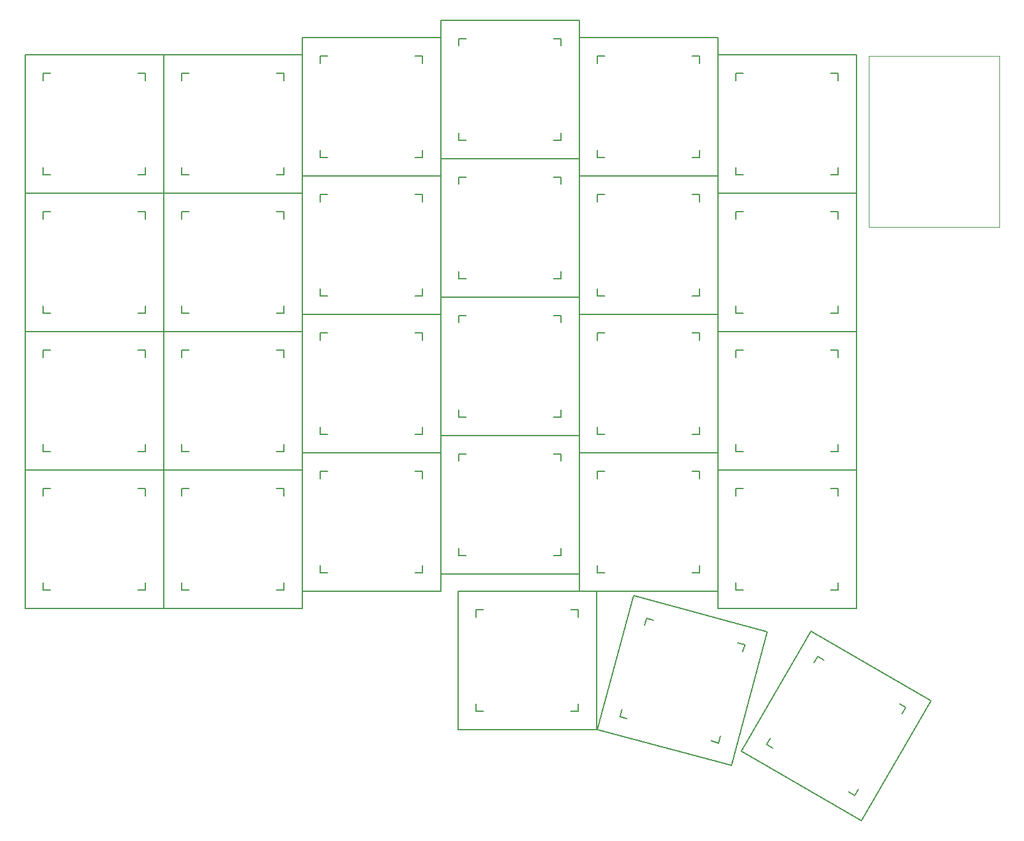
<source format=gbr>
G04 #@! TF.GenerationSoftware,KiCad,Pcbnew,8.0.4*
G04 #@! TF.CreationDate,2024-09-10T03:21:52+03:00*
G04 #@! TF.ProjectId,silakka54,73696c61-6b6b-4613-9534-2e6b69636164,rev?*
G04 #@! TF.SameCoordinates,Original*
G04 #@! TF.FileFunction,OtherDrawing,Comment*
%FSLAX46Y46*%
G04 Gerber Fmt 4.6, Leading zero omitted, Abs format (unit mm)*
G04 Created by KiCad (PCBNEW 8.0.4) date 2024-09-10 03:21:52*
%MOMM*%
%LPD*%
G01*
G04 APERTURE LIST*
%ADD10C,0.150000*%
%ADD11C,0.120000*%
G04 APERTURE END LIST*
D10*
G04 #@! TO.C,S25*
X90225000Y-104775000D02*
X109275000Y-104775000D01*
X90225000Y-123825000D02*
X90225000Y-104775000D01*
X92750000Y-107300000D02*
X93750000Y-107300000D01*
X92750000Y-108300000D02*
X92750000Y-107300000D01*
X92750000Y-120300000D02*
X92750000Y-121300000D01*
X92750000Y-121300000D02*
X93750000Y-121300000D01*
X105750000Y-121300000D02*
X106750000Y-121300000D01*
X106750000Y-107300000D02*
X105750000Y-107300000D01*
X106750000Y-107300000D02*
X106750000Y-108300000D01*
X106750000Y-121300000D02*
X106750000Y-120300000D01*
X109275000Y-104775000D02*
X109275000Y-123825000D01*
X109275000Y-123825000D02*
X90225000Y-123825000D01*
G04 #@! TO.C,S11*
X106893750Y-47625000D02*
X125943750Y-47625000D01*
X106893750Y-66675000D02*
X106893750Y-47625000D01*
X109418750Y-50150000D02*
X110418750Y-50150000D01*
X109418750Y-51150000D02*
X109418750Y-50150000D01*
X109418750Y-63150000D02*
X109418750Y-64150000D01*
X109418750Y-64150000D02*
X110418750Y-64150000D01*
X122418750Y-64150000D02*
X123418750Y-64150000D01*
X123418750Y-50150000D02*
X122418750Y-50150000D01*
X123418750Y-50150000D02*
X123418750Y-51150000D01*
X123418750Y-64150000D02*
X123418750Y-63150000D01*
X125943750Y-47625000D02*
X125943750Y-66675000D01*
X125943750Y-66675000D02*
X106893750Y-66675000D01*
G04 #@! TO.C,S5*
X106893750Y-28575000D02*
X125943750Y-28575000D01*
X106893750Y-47625000D02*
X106893750Y-28575000D01*
X109418750Y-31100000D02*
X110418750Y-31100000D01*
X109418750Y-32100000D02*
X109418750Y-31100000D01*
X109418750Y-44100000D02*
X109418750Y-45100000D01*
X109418750Y-45100000D02*
X110418750Y-45100000D01*
X122418750Y-45100000D02*
X123418750Y-45100000D01*
X123418750Y-31100000D02*
X122418750Y-31100000D01*
X123418750Y-31100000D02*
X123418750Y-32100000D01*
X123418750Y-45100000D02*
X123418750Y-44100000D01*
X125943750Y-28575000D02*
X125943750Y-47625000D01*
X125943750Y-47625000D02*
X106893750Y-47625000D01*
G04 #@! TO.C,S6*
X125943750Y-30956250D02*
X144993750Y-30956250D01*
X125943750Y-50006250D02*
X125943750Y-30956250D01*
X128468750Y-33481250D02*
X129468750Y-33481250D01*
X128468750Y-34481250D02*
X128468750Y-33481250D01*
X128468750Y-46481250D02*
X128468750Y-47481250D01*
X128468750Y-47481250D02*
X129468750Y-47481250D01*
X141468750Y-47481250D02*
X142468750Y-47481250D01*
X142468750Y-33481250D02*
X141468750Y-33481250D01*
X142468750Y-33481250D02*
X142468750Y-34481250D01*
X142468750Y-47481250D02*
X142468750Y-46481250D01*
X144993750Y-30956250D02*
X144993750Y-50006250D01*
X144993750Y-50006250D02*
X125943750Y-50006250D01*
G04 #@! TO.C,S10*
X87843750Y-45243750D02*
X106893750Y-45243750D01*
X87843750Y-64293750D02*
X87843750Y-45243750D01*
X90368750Y-47768750D02*
X91368750Y-47768750D01*
X90368750Y-48768750D02*
X90368750Y-47768750D01*
X90368750Y-60768750D02*
X90368750Y-61768750D01*
X90368750Y-61768750D02*
X91368750Y-61768750D01*
X103368750Y-61768750D02*
X104368750Y-61768750D01*
X104368750Y-47768750D02*
X103368750Y-47768750D01*
X104368750Y-47768750D02*
X104368750Y-48768750D01*
X104368750Y-61768750D02*
X104368750Y-60768750D01*
X106893750Y-45243750D02*
X106893750Y-64293750D01*
X106893750Y-64293750D02*
X87843750Y-64293750D01*
G04 #@! TO.C,S23*
X106893750Y-85725000D02*
X125943750Y-85725000D01*
X106893750Y-104775000D02*
X106893750Y-85725000D01*
X109418750Y-88250000D02*
X110418750Y-88250000D01*
X109418750Y-89250000D02*
X109418750Y-88250000D01*
X109418750Y-101250000D02*
X109418750Y-102250000D01*
X109418750Y-102250000D02*
X110418750Y-102250000D01*
X122418750Y-102250000D02*
X123418750Y-102250000D01*
X123418750Y-88250000D02*
X122418750Y-88250000D01*
X123418750Y-88250000D02*
X123418750Y-89250000D01*
X123418750Y-102250000D02*
X123418750Y-101250000D01*
X125943750Y-85725000D02*
X125943750Y-104775000D01*
X125943750Y-104775000D02*
X106893750Y-104775000D01*
G04 #@! TO.C,S3*
X68793750Y-28575000D02*
X87843750Y-28575000D01*
X68793750Y-47625000D02*
X68793750Y-28575000D01*
X71318750Y-31100000D02*
X72318750Y-31100000D01*
X71318750Y-32100000D02*
X71318750Y-31100000D01*
X71318750Y-44100000D02*
X71318750Y-45100000D01*
X71318750Y-45100000D02*
X72318750Y-45100000D01*
X84318750Y-45100000D02*
X85318750Y-45100000D01*
X85318750Y-31100000D02*
X84318750Y-31100000D01*
X85318750Y-31100000D02*
X85318750Y-32100000D01*
X85318750Y-45100000D02*
X85318750Y-44100000D01*
X87843750Y-28575000D02*
X87843750Y-47625000D01*
X87843750Y-47625000D02*
X68793750Y-47625000D01*
G04 #@! TO.C,S26*
X109433055Y-123816442D02*
X114363558Y-105415555D01*
X112525536Y-122030997D02*
X113491462Y-122289817D01*
X112784355Y-121065072D02*
X112525536Y-122030997D01*
X114363558Y-105415555D02*
X132764445Y-110346058D01*
X115890183Y-109473962D02*
X116149003Y-108508036D01*
X116149003Y-108508036D02*
X117114928Y-108766855D01*
X125082572Y-125395645D02*
X126048497Y-125654464D01*
X126048497Y-125654464D02*
X126307317Y-124688538D01*
X127833942Y-128746945D02*
X109433055Y-123816442D01*
X129671964Y-112131503D02*
X128706038Y-111872683D01*
X129671964Y-112131503D02*
X129413145Y-113097428D01*
X132764445Y-110346058D02*
X127833942Y-128746945D01*
G04 #@! TO.C,S17*
X106893750Y-66675000D02*
X125943750Y-66675000D01*
X106893750Y-85725000D02*
X106893750Y-66675000D01*
X109418750Y-69200000D02*
X110418750Y-69200000D01*
X109418750Y-70200000D02*
X109418750Y-69200000D01*
X109418750Y-82200000D02*
X109418750Y-83200000D01*
X109418750Y-83200000D02*
X110418750Y-83200000D01*
X122418750Y-83200000D02*
X123418750Y-83200000D01*
X123418750Y-69200000D02*
X122418750Y-69200000D01*
X123418750Y-69200000D02*
X123418750Y-70200000D01*
X123418750Y-83200000D02*
X123418750Y-82200000D01*
X125943750Y-66675000D02*
X125943750Y-85725000D01*
X125943750Y-85725000D02*
X106893750Y-85725000D01*
G04 #@! TO.C,S8*
X49743750Y-50006250D02*
X68793750Y-50006250D01*
X49743750Y-69056250D02*
X49743750Y-50006250D01*
X52268750Y-52531250D02*
X53268750Y-52531250D01*
X52268750Y-53531250D02*
X52268750Y-52531250D01*
X52268750Y-65531250D02*
X52268750Y-66531250D01*
X52268750Y-66531250D02*
X53268750Y-66531250D01*
X65268750Y-66531250D02*
X66268750Y-66531250D01*
X66268750Y-52531250D02*
X65268750Y-52531250D01*
X66268750Y-52531250D02*
X66268750Y-53531250D01*
X66268750Y-66531250D02*
X66268750Y-65531250D01*
X68793750Y-50006250D02*
X68793750Y-69056250D01*
X68793750Y-69056250D02*
X49743750Y-69056250D01*
G04 #@! TO.C,S13*
X30693750Y-69056250D02*
X49743750Y-69056250D01*
X30693750Y-88106250D02*
X30693750Y-69056250D01*
X33218750Y-71581250D02*
X34218750Y-71581250D01*
X33218750Y-72581250D02*
X33218750Y-71581250D01*
X33218750Y-84581250D02*
X33218750Y-85581250D01*
X33218750Y-85581250D02*
X34218750Y-85581250D01*
X46218750Y-85581250D02*
X47218750Y-85581250D01*
X47218750Y-71581250D02*
X46218750Y-71581250D01*
X47218750Y-71581250D02*
X47218750Y-72581250D01*
X47218750Y-85581250D02*
X47218750Y-84581250D01*
X49743750Y-69056250D02*
X49743750Y-88106250D01*
X49743750Y-88106250D02*
X30693750Y-88106250D01*
G04 #@! TO.C,S16*
X87843750Y-64293750D02*
X106893750Y-64293750D01*
X87843750Y-83343750D02*
X87843750Y-64293750D01*
X90368750Y-66818750D02*
X91368750Y-66818750D01*
X90368750Y-67818750D02*
X90368750Y-66818750D01*
X90368750Y-79818750D02*
X90368750Y-80818750D01*
X90368750Y-80818750D02*
X91368750Y-80818750D01*
X103368750Y-80818750D02*
X104368750Y-80818750D01*
X104368750Y-66818750D02*
X103368750Y-66818750D01*
X104368750Y-66818750D02*
X104368750Y-67818750D01*
X104368750Y-80818750D02*
X104368750Y-79818750D01*
X106893750Y-64293750D02*
X106893750Y-83343750D01*
X106893750Y-83343750D02*
X87843750Y-83343750D01*
G04 #@! TO.C,S27*
X129217358Y-126797642D02*
X138742358Y-110299858D01*
X132666572Y-125873428D02*
X133532598Y-126373428D01*
X133166572Y-125007402D02*
X132666572Y-125873428D01*
X138742358Y-110299858D02*
X155240142Y-119824858D01*
X139666572Y-113749072D02*
X139166572Y-114615098D01*
X140532598Y-114249072D02*
X139666572Y-113749072D01*
X144790928Y-132873428D02*
X143924902Y-132373428D01*
X144790928Y-132873428D02*
X145290928Y-132007402D01*
X145715142Y-136322642D02*
X129217358Y-126797642D01*
X150924902Y-120249072D02*
X151790928Y-120749072D01*
X151790928Y-120749072D02*
X151290928Y-121615098D01*
X155240142Y-119824858D02*
X145715142Y-136322642D01*
G04 #@! TO.C,S14*
X49743750Y-69056250D02*
X68793750Y-69056250D01*
X49743750Y-88106250D02*
X49743750Y-69056250D01*
X52268750Y-71581250D02*
X53268750Y-71581250D01*
X52268750Y-72581250D02*
X52268750Y-71581250D01*
X52268750Y-84581250D02*
X52268750Y-85581250D01*
X52268750Y-85581250D02*
X53268750Y-85581250D01*
X65268750Y-85581250D02*
X66268750Y-85581250D01*
X66268750Y-71581250D02*
X65268750Y-71581250D01*
X66268750Y-71581250D02*
X66268750Y-72581250D01*
X66268750Y-85581250D02*
X66268750Y-84581250D01*
X68793750Y-69056250D02*
X68793750Y-88106250D01*
X68793750Y-88106250D02*
X49743750Y-88106250D01*
G04 #@! TO.C,S7*
X30693750Y-50006250D02*
X49743750Y-50006250D01*
X30693750Y-69056250D02*
X30693750Y-50006250D01*
X33218750Y-52531250D02*
X34218750Y-52531250D01*
X33218750Y-53531250D02*
X33218750Y-52531250D01*
X33218750Y-65531250D02*
X33218750Y-66531250D01*
X33218750Y-66531250D02*
X34218750Y-66531250D01*
X46218750Y-66531250D02*
X47218750Y-66531250D01*
X47218750Y-52531250D02*
X46218750Y-52531250D01*
X47218750Y-52531250D02*
X47218750Y-53531250D01*
X47218750Y-66531250D02*
X47218750Y-65531250D01*
X49743750Y-50006250D02*
X49743750Y-69056250D01*
X49743750Y-69056250D02*
X30693750Y-69056250D01*
G04 #@! TO.C,S22*
X87843750Y-83343750D02*
X106893750Y-83343750D01*
X87843750Y-102393750D02*
X87843750Y-83343750D01*
X90368750Y-85868750D02*
X91368750Y-85868750D01*
X90368750Y-86868750D02*
X90368750Y-85868750D01*
X90368750Y-98868750D02*
X90368750Y-99868750D01*
X90368750Y-99868750D02*
X91368750Y-99868750D01*
X103368750Y-99868750D02*
X104368750Y-99868750D01*
X104368750Y-85868750D02*
X103368750Y-85868750D01*
X104368750Y-85868750D02*
X104368750Y-86868750D01*
X104368750Y-99868750D02*
X104368750Y-98868750D01*
X106893750Y-83343750D02*
X106893750Y-102393750D01*
X106893750Y-102393750D02*
X87843750Y-102393750D01*
G04 #@! TO.C,S19*
X30693750Y-88106250D02*
X49743750Y-88106250D01*
X30693750Y-107156250D02*
X30693750Y-88106250D01*
X33218750Y-90631250D02*
X34218750Y-90631250D01*
X33218750Y-91631250D02*
X33218750Y-90631250D01*
X33218750Y-103631250D02*
X33218750Y-104631250D01*
X33218750Y-104631250D02*
X34218750Y-104631250D01*
X46218750Y-104631250D02*
X47218750Y-104631250D01*
X47218750Y-90631250D02*
X46218750Y-90631250D01*
X47218750Y-90631250D02*
X47218750Y-91631250D01*
X47218750Y-104631250D02*
X47218750Y-103631250D01*
X49743750Y-88106250D02*
X49743750Y-107156250D01*
X49743750Y-107156250D02*
X30693750Y-107156250D01*
G04 #@! TO.C,U1*
D11*
X146708750Y-31141250D02*
X164708750Y-31141250D01*
X164708750Y-54641250D01*
X146708750Y-54641250D01*
X146708750Y-31141250D01*
D10*
G04 #@! TO.C,S20*
X49743750Y-88106250D02*
X68793750Y-88106250D01*
X49743750Y-107156250D02*
X49743750Y-88106250D01*
X52268750Y-90631250D02*
X53268750Y-90631250D01*
X52268750Y-91631250D02*
X52268750Y-90631250D01*
X52268750Y-103631250D02*
X52268750Y-104631250D01*
X52268750Y-104631250D02*
X53268750Y-104631250D01*
X65268750Y-104631250D02*
X66268750Y-104631250D01*
X66268750Y-90631250D02*
X65268750Y-90631250D01*
X66268750Y-90631250D02*
X66268750Y-91631250D01*
X66268750Y-104631250D02*
X66268750Y-103631250D01*
X68793750Y-88106250D02*
X68793750Y-107156250D01*
X68793750Y-107156250D02*
X49743750Y-107156250D01*
G04 #@! TO.C,S2*
X49743750Y-30956250D02*
X68793750Y-30956250D01*
X49743750Y-50006250D02*
X49743750Y-30956250D01*
X52268750Y-33481250D02*
X53268750Y-33481250D01*
X52268750Y-34481250D02*
X52268750Y-33481250D01*
X52268750Y-46481250D02*
X52268750Y-47481250D01*
X52268750Y-47481250D02*
X53268750Y-47481250D01*
X65268750Y-47481250D02*
X66268750Y-47481250D01*
X66268750Y-33481250D02*
X65268750Y-33481250D01*
X66268750Y-33481250D02*
X66268750Y-34481250D01*
X66268750Y-47481250D02*
X66268750Y-46481250D01*
X68793750Y-30956250D02*
X68793750Y-50006250D01*
X68793750Y-50006250D02*
X49743750Y-50006250D01*
G04 #@! TO.C,S21*
X68793750Y-85725000D02*
X87843750Y-85725000D01*
X68793750Y-104775000D02*
X68793750Y-85725000D01*
X71318750Y-88250000D02*
X72318750Y-88250000D01*
X71318750Y-89250000D02*
X71318750Y-88250000D01*
X71318750Y-101250000D02*
X71318750Y-102250000D01*
X71318750Y-102250000D02*
X72318750Y-102250000D01*
X84318750Y-102250000D02*
X85318750Y-102250000D01*
X85318750Y-88250000D02*
X84318750Y-88250000D01*
X85318750Y-88250000D02*
X85318750Y-89250000D01*
X85318750Y-102250000D02*
X85318750Y-101250000D01*
X87843750Y-85725000D02*
X87843750Y-104775000D01*
X87843750Y-104775000D02*
X68793750Y-104775000D01*
G04 #@! TO.C,S12*
X125943750Y-50006250D02*
X144993750Y-50006250D01*
X125943750Y-69056250D02*
X125943750Y-50006250D01*
X128468750Y-52531250D02*
X129468750Y-52531250D01*
X128468750Y-53531250D02*
X128468750Y-52531250D01*
X128468750Y-65531250D02*
X128468750Y-66531250D01*
X128468750Y-66531250D02*
X129468750Y-66531250D01*
X141468750Y-66531250D02*
X142468750Y-66531250D01*
X142468750Y-52531250D02*
X141468750Y-52531250D01*
X142468750Y-52531250D02*
X142468750Y-53531250D01*
X142468750Y-66531250D02*
X142468750Y-65531250D01*
X144993750Y-50006250D02*
X144993750Y-69056250D01*
X144993750Y-69056250D02*
X125943750Y-69056250D01*
G04 #@! TO.C,S18*
X125943750Y-69056250D02*
X144993750Y-69056250D01*
X125943750Y-88106250D02*
X125943750Y-69056250D01*
X128468750Y-71581250D02*
X129468750Y-71581250D01*
X128468750Y-72581250D02*
X128468750Y-71581250D01*
X128468750Y-84581250D02*
X128468750Y-85581250D01*
X128468750Y-85581250D02*
X129468750Y-85581250D01*
X141468750Y-85581250D02*
X142468750Y-85581250D01*
X142468750Y-71581250D02*
X141468750Y-71581250D01*
X142468750Y-71581250D02*
X142468750Y-72581250D01*
X142468750Y-85581250D02*
X142468750Y-84581250D01*
X144993750Y-69056250D02*
X144993750Y-88106250D01*
X144993750Y-88106250D02*
X125943750Y-88106250D01*
G04 #@! TO.C,S4*
X87843750Y-26193750D02*
X106893750Y-26193750D01*
X87843750Y-45243750D02*
X87843750Y-26193750D01*
X90368750Y-28718750D02*
X91368750Y-28718750D01*
X90368750Y-29718750D02*
X90368750Y-28718750D01*
X90368750Y-41718750D02*
X90368750Y-42718750D01*
X90368750Y-42718750D02*
X91368750Y-42718750D01*
X103368750Y-42718750D02*
X104368750Y-42718750D01*
X104368750Y-28718750D02*
X103368750Y-28718750D01*
X104368750Y-28718750D02*
X104368750Y-29718750D01*
X104368750Y-42718750D02*
X104368750Y-41718750D01*
X106893750Y-26193750D02*
X106893750Y-45243750D01*
X106893750Y-45243750D02*
X87843750Y-45243750D01*
G04 #@! TO.C,S24*
X125943750Y-88106250D02*
X144993750Y-88106250D01*
X125943750Y-107156250D02*
X125943750Y-88106250D01*
X128468750Y-90631250D02*
X129468750Y-90631250D01*
X128468750Y-91631250D02*
X128468750Y-90631250D01*
X128468750Y-103631250D02*
X128468750Y-104631250D01*
X128468750Y-104631250D02*
X129468750Y-104631250D01*
X141468750Y-104631250D02*
X142468750Y-104631250D01*
X142468750Y-90631250D02*
X141468750Y-90631250D01*
X142468750Y-90631250D02*
X142468750Y-91631250D01*
X142468750Y-104631250D02*
X142468750Y-103631250D01*
X144993750Y-88106250D02*
X144993750Y-107156250D01*
X144993750Y-107156250D02*
X125943750Y-107156250D01*
G04 #@! TO.C,S9*
X68793750Y-47625000D02*
X87843750Y-47625000D01*
X68793750Y-66675000D02*
X68793750Y-47625000D01*
X71318750Y-50150000D02*
X72318750Y-50150000D01*
X71318750Y-51150000D02*
X71318750Y-50150000D01*
X71318750Y-63150000D02*
X71318750Y-64150000D01*
X71318750Y-64150000D02*
X72318750Y-64150000D01*
X84318750Y-64150000D02*
X85318750Y-64150000D01*
X85318750Y-50150000D02*
X84318750Y-50150000D01*
X85318750Y-50150000D02*
X85318750Y-51150000D01*
X85318750Y-64150000D02*
X85318750Y-63150000D01*
X87843750Y-47625000D02*
X87843750Y-66675000D01*
X87843750Y-66675000D02*
X68793750Y-66675000D01*
G04 #@! TO.C,S15*
X68793750Y-66675000D02*
X87843750Y-66675000D01*
X68793750Y-85725000D02*
X68793750Y-66675000D01*
X71318750Y-69200000D02*
X72318750Y-69200000D01*
X71318750Y-70200000D02*
X71318750Y-69200000D01*
X71318750Y-82200000D02*
X71318750Y-83200000D01*
X71318750Y-83200000D02*
X72318750Y-83200000D01*
X84318750Y-83200000D02*
X85318750Y-83200000D01*
X85318750Y-69200000D02*
X84318750Y-69200000D01*
X85318750Y-69200000D02*
X85318750Y-70200000D01*
X85318750Y-83200000D02*
X85318750Y-82200000D01*
X87843750Y-66675000D02*
X87843750Y-85725000D01*
X87843750Y-85725000D02*
X68793750Y-85725000D01*
G04 #@! TO.C,S1*
X30693750Y-30956250D02*
X49743750Y-30956250D01*
X30693750Y-50006250D02*
X30693750Y-30956250D01*
X33218750Y-33481250D02*
X34218750Y-33481250D01*
X33218750Y-34481250D02*
X33218750Y-33481250D01*
X33218750Y-46481250D02*
X33218750Y-47481250D01*
X33218750Y-47481250D02*
X34218750Y-47481250D01*
X46218750Y-47481250D02*
X47218750Y-47481250D01*
X47218750Y-33481250D02*
X46218750Y-33481250D01*
X47218750Y-33481250D02*
X47218750Y-34481250D01*
X47218750Y-47481250D02*
X47218750Y-46481250D01*
X49743750Y-30956250D02*
X49743750Y-50006250D01*
X49743750Y-50006250D02*
X30693750Y-50006250D01*
G04 #@! TD*
M02*

</source>
